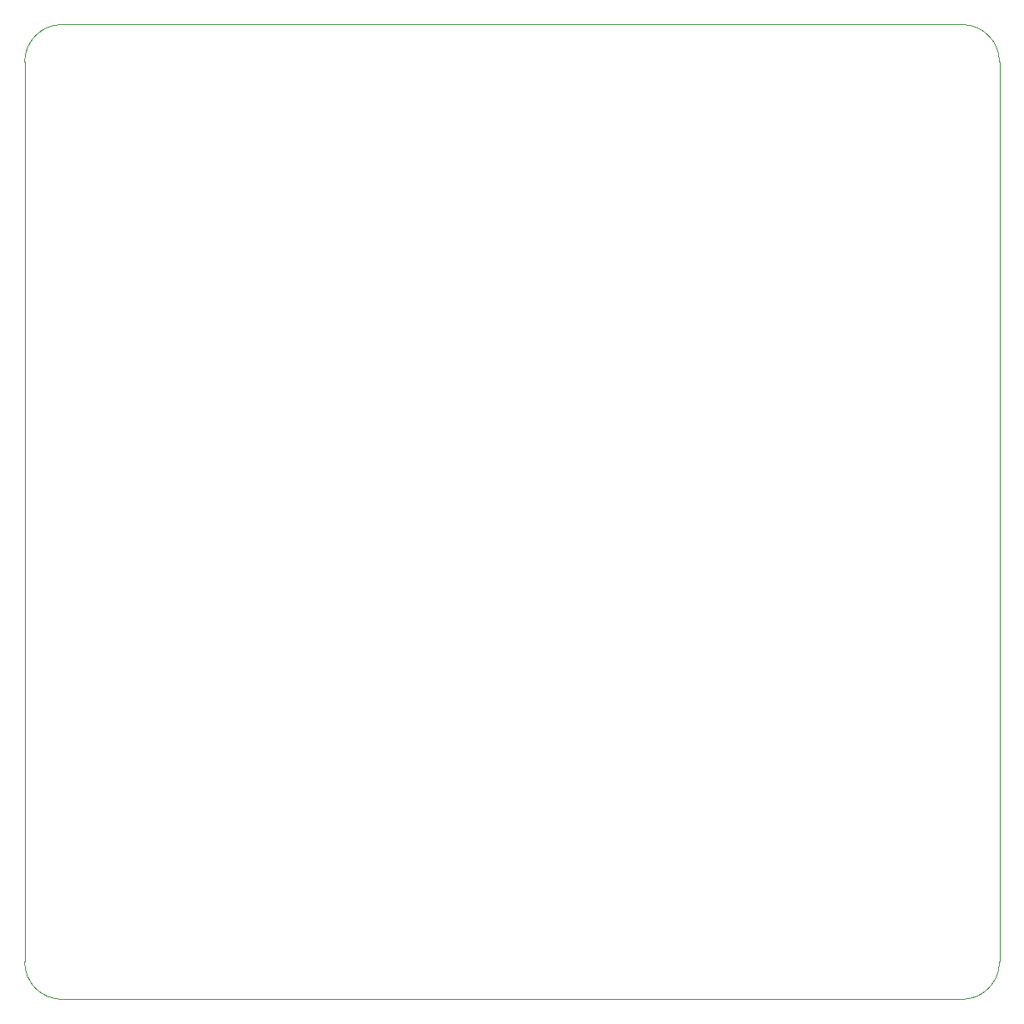
<source format=gbr>
G04 #@! TF.GenerationSoftware,KiCad,Pcbnew,(5.1.2)-2*
G04 #@! TF.CreationDate,2019-08-04T14:17:21-07:00*
G04 #@! TF.ProjectId,pcb v1.2,70636220-7631-42e3-922e-6b696361645f,rev?*
G04 #@! TF.SameCoordinates,Original*
G04 #@! TF.FileFunction,Profile,NP*
%FSLAX46Y46*%
G04 Gerber Fmt 4.6, Leading zero omitted, Abs format (unit mm)*
G04 Created by KiCad (PCBNEW (5.1.2)-2) date 2019-08-04 14:17:21*
%MOMM*%
%LPD*%
G04 APERTURE LIST*
%ADD10C,0.050000*%
G04 APERTURE END LIST*
D10*
X76835000Y-123190000D02*
X76835000Y-31750000D01*
X172085000Y-127000000D02*
X80645000Y-127000000D01*
X175895000Y-31750000D02*
X175895000Y-123190000D01*
X80645000Y-27940000D02*
X172085000Y-27940000D01*
X80645000Y-127000000D02*
G75*
G02X76835000Y-123190000I0J3810000D01*
G01*
X76835000Y-31750000D02*
G75*
G02X80645000Y-27940000I3810000J0D01*
G01*
X172085000Y-27940000D02*
G75*
G02X175895000Y-31750000I0J-3810000D01*
G01*
X175895000Y-123190000D02*
G75*
G02X172085000Y-127000000I-3810000J0D01*
G01*
M02*

</source>
